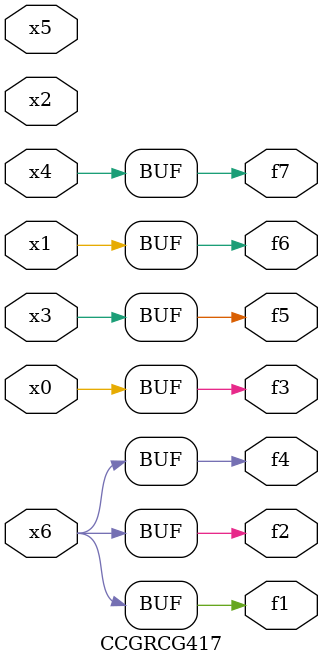
<source format=v>
module CCGRCG417(
	input x0, x1, x2, x3, x4, x5, x6,
	output f1, f2, f3, f4, f5, f6, f7
);
	assign f1 = x6;
	assign f2 = x6;
	assign f3 = x0;
	assign f4 = x6;
	assign f5 = x3;
	assign f6 = x1;
	assign f7 = x4;
endmodule

</source>
